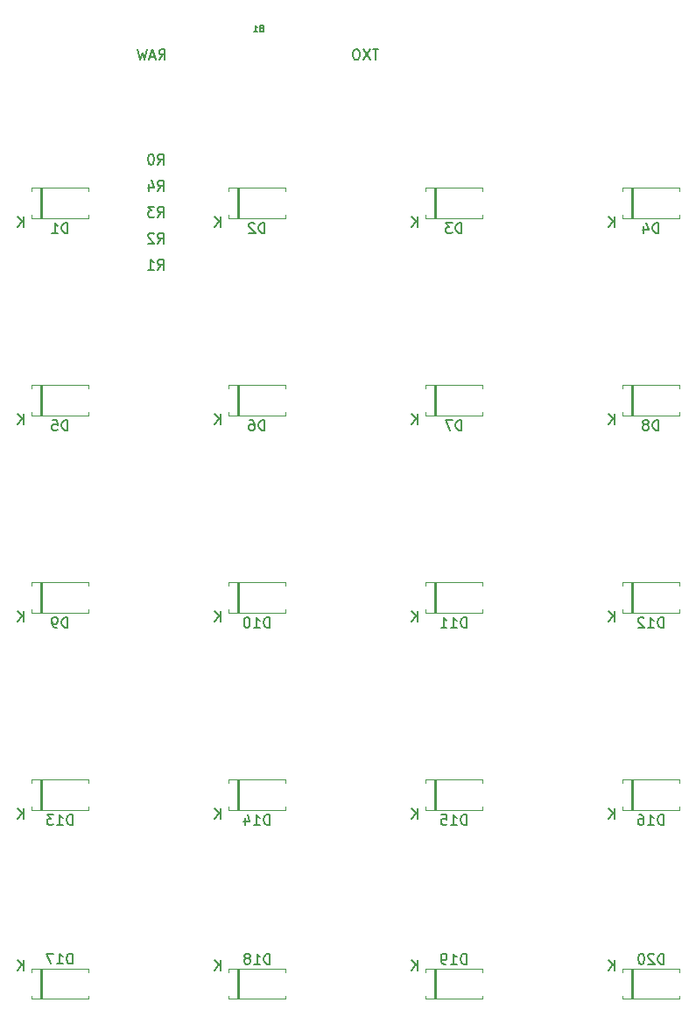
<source format=gbo>
%TF.GenerationSoftware,KiCad,Pcbnew,(5.1.6)-1*%
%TF.CreationDate,2020-11-13T18:30:54-06:00*%
%TF.ProjectId,macropad_4x5,6d616372-6f70-4616-945f-3478352e6b69,v1.3*%
%TF.SameCoordinates,Original*%
%TF.FileFunction,Legend,Bot*%
%TF.FilePolarity,Positive*%
%FSLAX46Y46*%
G04 Gerber Fmt 4.6, Leading zero omitted, Abs format (unit mm)*
G04 Created by KiCad (PCBNEW (5.1.6)-1) date 2020-11-13 18:30:54*
%MOMM*%
%LPD*%
G01*
G04 APERTURE LIST*
%ADD10C,0.150000*%
%ADD11C,0.120000*%
%ADD12C,0.127000*%
G04 APERTURE END LIST*
D10*
X56935666Y-46934380D02*
X57269000Y-46458190D01*
X57507095Y-46934380D02*
X57507095Y-45934380D01*
X57126142Y-45934380D01*
X57030904Y-45982000D01*
X56983285Y-46029619D01*
X56935666Y-46124857D01*
X56935666Y-46267714D01*
X56983285Y-46362952D01*
X57030904Y-46410571D01*
X57126142Y-46458190D01*
X57507095Y-46458190D01*
X55983285Y-46934380D02*
X56554714Y-46934380D01*
X56269000Y-46934380D02*
X56269000Y-45934380D01*
X56364238Y-46077238D01*
X56459476Y-46172476D01*
X56554714Y-46220095D01*
X56935666Y-44394380D02*
X57269000Y-43918190D01*
X57507095Y-44394380D02*
X57507095Y-43394380D01*
X57126142Y-43394380D01*
X57030904Y-43442000D01*
X56983285Y-43489619D01*
X56935666Y-43584857D01*
X56935666Y-43727714D01*
X56983285Y-43822952D01*
X57030904Y-43870571D01*
X57126142Y-43918190D01*
X57507095Y-43918190D01*
X56554714Y-43489619D02*
X56507095Y-43442000D01*
X56411857Y-43394380D01*
X56173761Y-43394380D01*
X56078523Y-43442000D01*
X56030904Y-43489619D01*
X55983285Y-43584857D01*
X55983285Y-43680095D01*
X56030904Y-43822952D01*
X56602333Y-44394380D01*
X55983285Y-44394380D01*
X56935666Y-41854380D02*
X57269000Y-41378190D01*
X57507095Y-41854380D02*
X57507095Y-40854380D01*
X57126142Y-40854380D01*
X57030904Y-40902000D01*
X56983285Y-40949619D01*
X56935666Y-41044857D01*
X56935666Y-41187714D01*
X56983285Y-41282952D01*
X57030904Y-41330571D01*
X57126142Y-41378190D01*
X57507095Y-41378190D01*
X56602333Y-40854380D02*
X55983285Y-40854380D01*
X56316619Y-41235333D01*
X56173761Y-41235333D01*
X56078523Y-41282952D01*
X56030904Y-41330571D01*
X55983285Y-41425809D01*
X55983285Y-41663904D01*
X56030904Y-41759142D01*
X56078523Y-41806761D01*
X56173761Y-41854380D01*
X56459476Y-41854380D01*
X56554714Y-41806761D01*
X56602333Y-41759142D01*
X56935666Y-39314380D02*
X57269000Y-38838190D01*
X57507095Y-39314380D02*
X57507095Y-38314380D01*
X57126142Y-38314380D01*
X57030904Y-38362000D01*
X56983285Y-38409619D01*
X56935666Y-38504857D01*
X56935666Y-38647714D01*
X56983285Y-38742952D01*
X57030904Y-38790571D01*
X57126142Y-38838190D01*
X57507095Y-38838190D01*
X56078523Y-38647714D02*
X56078523Y-39314380D01*
X56316619Y-38266761D02*
X56554714Y-38981047D01*
X55935666Y-38981047D01*
X56935666Y-36774380D02*
X57269000Y-36298190D01*
X57507095Y-36774380D02*
X57507095Y-35774380D01*
X57126142Y-35774380D01*
X57030904Y-35822000D01*
X56983285Y-35869619D01*
X56935666Y-35964857D01*
X56935666Y-36107714D01*
X56983285Y-36202952D01*
X57030904Y-36250571D01*
X57126142Y-36298190D01*
X57507095Y-36298190D01*
X56316619Y-35774380D02*
X56221380Y-35774380D01*
X56126142Y-35822000D01*
X56078523Y-35869619D01*
X56030904Y-35964857D01*
X55983285Y-36155333D01*
X55983285Y-36393428D01*
X56030904Y-36583904D01*
X56078523Y-36679142D01*
X56126142Y-36726761D01*
X56221380Y-36774380D01*
X56316619Y-36774380D01*
X56411857Y-36726761D01*
X56459476Y-36679142D01*
X56507095Y-36583904D01*
X56554714Y-36393428D01*
X56554714Y-36155333D01*
X56507095Y-35964857D01*
X56459476Y-35869619D01*
X56411857Y-35822000D01*
X56316619Y-35774380D01*
X78279464Y-25646130D02*
X77708035Y-25646130D01*
X77993750Y-26646130D02*
X77993750Y-25646130D01*
X77469940Y-25646130D02*
X76803273Y-26646130D01*
X76803273Y-25646130D02*
X77469940Y-26646130D01*
X76231845Y-25646130D02*
X76041369Y-25646130D01*
X75946130Y-25693750D01*
X75850892Y-25788988D01*
X75803273Y-25979464D01*
X75803273Y-26312797D01*
X75850892Y-26503273D01*
X75946130Y-26598511D01*
X76041369Y-26646130D01*
X76231845Y-26646130D01*
X76327083Y-26598511D01*
X76422321Y-26503273D01*
X76469940Y-26312797D01*
X76469940Y-25979464D01*
X76422321Y-25788988D01*
X76327083Y-25693750D01*
X76231845Y-25646130D01*
X57046726Y-26646130D02*
X57380059Y-26169940D01*
X57618154Y-26646130D02*
X57618154Y-25646130D01*
X57237202Y-25646130D01*
X57141964Y-25693750D01*
X57094345Y-25741369D01*
X57046726Y-25836607D01*
X57046726Y-25979464D01*
X57094345Y-26074702D01*
X57141964Y-26122321D01*
X57237202Y-26169940D01*
X57618154Y-26169940D01*
X56665773Y-26360416D02*
X56189583Y-26360416D01*
X56761011Y-26646130D02*
X56427678Y-25646130D01*
X56094345Y-26646130D01*
X55856250Y-25646130D02*
X55618154Y-26646130D01*
X55427678Y-25931845D01*
X55237202Y-26646130D01*
X54999107Y-25646130D01*
D11*
%TO.C,D20*%
X101896250Y-117027500D02*
X101896250Y-117357500D01*
X101896250Y-117357500D02*
X107336250Y-117357500D01*
X107336250Y-117357500D02*
X107336250Y-117027500D01*
X101896250Y-114747500D02*
X101896250Y-114417500D01*
X101896250Y-114417500D02*
X107336250Y-114417500D01*
X107336250Y-114417500D02*
X107336250Y-114747500D01*
X102796250Y-117357500D02*
X102796250Y-114417500D01*
X102916250Y-117357500D02*
X102916250Y-114417500D01*
X102676250Y-117357500D02*
X102676250Y-114417500D01*
%TO.C,D19*%
X82846250Y-117027500D02*
X82846250Y-117357500D01*
X82846250Y-117357500D02*
X88286250Y-117357500D01*
X88286250Y-117357500D02*
X88286250Y-117027500D01*
X82846250Y-114747500D02*
X82846250Y-114417500D01*
X82846250Y-114417500D02*
X88286250Y-114417500D01*
X88286250Y-114417500D02*
X88286250Y-114747500D01*
X83746250Y-117357500D02*
X83746250Y-114417500D01*
X83866250Y-117357500D02*
X83866250Y-114417500D01*
X83626250Y-117357500D02*
X83626250Y-114417500D01*
%TO.C,D18*%
X63796250Y-117027500D02*
X63796250Y-117357500D01*
X63796250Y-117357500D02*
X69236250Y-117357500D01*
X69236250Y-117357500D02*
X69236250Y-117027500D01*
X63796250Y-114747500D02*
X63796250Y-114417500D01*
X63796250Y-114417500D02*
X69236250Y-114417500D01*
X69236250Y-114417500D02*
X69236250Y-114747500D01*
X64696250Y-117357500D02*
X64696250Y-114417500D01*
X64816250Y-117357500D02*
X64816250Y-114417500D01*
X64576250Y-117357500D02*
X64576250Y-114417500D01*
%TO.C,D17*%
X45526250Y-117357500D02*
X45526250Y-114417500D01*
X45766250Y-117357500D02*
X45766250Y-114417500D01*
X45646250Y-117357500D02*
X45646250Y-114417500D01*
X50186250Y-114417500D02*
X50186250Y-114747500D01*
X44746250Y-114417500D02*
X50186250Y-114417500D01*
X44746250Y-114747500D02*
X44746250Y-114417500D01*
X50186250Y-117357500D02*
X50186250Y-117027500D01*
X44746250Y-117357500D02*
X50186250Y-117357500D01*
X44746250Y-117027500D02*
X44746250Y-117357500D01*
%TO.C,D16*%
X101896250Y-98771250D02*
X101896250Y-99101250D01*
X101896250Y-99101250D02*
X107336250Y-99101250D01*
X107336250Y-99101250D02*
X107336250Y-98771250D01*
X101896250Y-96491250D02*
X101896250Y-96161250D01*
X101896250Y-96161250D02*
X107336250Y-96161250D01*
X107336250Y-96161250D02*
X107336250Y-96491250D01*
X102796250Y-99101250D02*
X102796250Y-96161250D01*
X102916250Y-99101250D02*
X102916250Y-96161250D01*
X102676250Y-99101250D02*
X102676250Y-96161250D01*
%TO.C,D15*%
X82846250Y-98771250D02*
X82846250Y-99101250D01*
X82846250Y-99101250D02*
X88286250Y-99101250D01*
X88286250Y-99101250D02*
X88286250Y-98771250D01*
X82846250Y-96491250D02*
X82846250Y-96161250D01*
X82846250Y-96161250D02*
X88286250Y-96161250D01*
X88286250Y-96161250D02*
X88286250Y-96491250D01*
X83746250Y-99101250D02*
X83746250Y-96161250D01*
X83866250Y-99101250D02*
X83866250Y-96161250D01*
X83626250Y-99101250D02*
X83626250Y-96161250D01*
%TO.C,D14*%
X63796250Y-98771250D02*
X63796250Y-99101250D01*
X63796250Y-99101250D02*
X69236250Y-99101250D01*
X69236250Y-99101250D02*
X69236250Y-98771250D01*
X63796250Y-96491250D02*
X63796250Y-96161250D01*
X63796250Y-96161250D02*
X69236250Y-96161250D01*
X69236250Y-96161250D02*
X69236250Y-96491250D01*
X64696250Y-99101250D02*
X64696250Y-96161250D01*
X64816250Y-99101250D02*
X64816250Y-96161250D01*
X64576250Y-99101250D02*
X64576250Y-96161250D01*
%TO.C,D13*%
X44746250Y-98771250D02*
X44746250Y-99101250D01*
X44746250Y-99101250D02*
X50186250Y-99101250D01*
X50186250Y-99101250D02*
X50186250Y-98771250D01*
X44746250Y-96491250D02*
X44746250Y-96161250D01*
X44746250Y-96161250D02*
X50186250Y-96161250D01*
X50186250Y-96161250D02*
X50186250Y-96491250D01*
X45646250Y-99101250D02*
X45646250Y-96161250D01*
X45766250Y-99101250D02*
X45766250Y-96161250D01*
X45526250Y-99101250D02*
X45526250Y-96161250D01*
%TO.C,D12*%
X101896250Y-79721250D02*
X101896250Y-80051250D01*
X101896250Y-80051250D02*
X107336250Y-80051250D01*
X107336250Y-80051250D02*
X107336250Y-79721250D01*
X101896250Y-77441250D02*
X101896250Y-77111250D01*
X101896250Y-77111250D02*
X107336250Y-77111250D01*
X107336250Y-77111250D02*
X107336250Y-77441250D01*
X102796250Y-80051250D02*
X102796250Y-77111250D01*
X102916250Y-80051250D02*
X102916250Y-77111250D01*
X102676250Y-80051250D02*
X102676250Y-77111250D01*
%TO.C,D11*%
X82846250Y-79721250D02*
X82846250Y-80051250D01*
X82846250Y-80051250D02*
X88286250Y-80051250D01*
X88286250Y-80051250D02*
X88286250Y-79721250D01*
X82846250Y-77441250D02*
X82846250Y-77111250D01*
X82846250Y-77111250D02*
X88286250Y-77111250D01*
X88286250Y-77111250D02*
X88286250Y-77441250D01*
X83746250Y-80051250D02*
X83746250Y-77111250D01*
X83866250Y-80051250D02*
X83866250Y-77111250D01*
X83626250Y-80051250D02*
X83626250Y-77111250D01*
%TO.C,D10*%
X63796250Y-79721250D02*
X63796250Y-80051250D01*
X63796250Y-80051250D02*
X69236250Y-80051250D01*
X69236250Y-80051250D02*
X69236250Y-79721250D01*
X63796250Y-77441250D02*
X63796250Y-77111250D01*
X63796250Y-77111250D02*
X69236250Y-77111250D01*
X69236250Y-77111250D02*
X69236250Y-77441250D01*
X64696250Y-80051250D02*
X64696250Y-77111250D01*
X64816250Y-80051250D02*
X64816250Y-77111250D01*
X64576250Y-80051250D02*
X64576250Y-77111250D01*
%TO.C,D9*%
X44746250Y-79721250D02*
X44746250Y-80051250D01*
X44746250Y-80051250D02*
X50186250Y-80051250D01*
X50186250Y-80051250D02*
X50186250Y-79721250D01*
X44746250Y-77441250D02*
X44746250Y-77111250D01*
X44746250Y-77111250D02*
X50186250Y-77111250D01*
X50186250Y-77111250D02*
X50186250Y-77441250D01*
X45646250Y-80051250D02*
X45646250Y-77111250D01*
X45766250Y-80051250D02*
X45766250Y-77111250D01*
X45526250Y-80051250D02*
X45526250Y-77111250D01*
%TO.C,D8*%
X101896250Y-60671250D02*
X101896250Y-61001250D01*
X101896250Y-61001250D02*
X107336250Y-61001250D01*
X107336250Y-61001250D02*
X107336250Y-60671250D01*
X101896250Y-58391250D02*
X101896250Y-58061250D01*
X101896250Y-58061250D02*
X107336250Y-58061250D01*
X107336250Y-58061250D02*
X107336250Y-58391250D01*
X102796250Y-61001250D02*
X102796250Y-58061250D01*
X102916250Y-61001250D02*
X102916250Y-58061250D01*
X102676250Y-61001250D02*
X102676250Y-58061250D01*
%TO.C,D7*%
X82846250Y-60671250D02*
X82846250Y-61001250D01*
X82846250Y-61001250D02*
X88286250Y-61001250D01*
X88286250Y-61001250D02*
X88286250Y-60671250D01*
X82846250Y-58391250D02*
X82846250Y-58061250D01*
X82846250Y-58061250D02*
X88286250Y-58061250D01*
X88286250Y-58061250D02*
X88286250Y-58391250D01*
X83746250Y-61001250D02*
X83746250Y-58061250D01*
X83866250Y-61001250D02*
X83866250Y-58061250D01*
X83626250Y-61001250D02*
X83626250Y-58061250D01*
%TO.C,D6*%
X63796250Y-60671250D02*
X63796250Y-61001250D01*
X63796250Y-61001250D02*
X69236250Y-61001250D01*
X69236250Y-61001250D02*
X69236250Y-60671250D01*
X63796250Y-58391250D02*
X63796250Y-58061250D01*
X63796250Y-58061250D02*
X69236250Y-58061250D01*
X69236250Y-58061250D02*
X69236250Y-58391250D01*
X64696250Y-61001250D02*
X64696250Y-58061250D01*
X64816250Y-61001250D02*
X64816250Y-58061250D01*
X64576250Y-61001250D02*
X64576250Y-58061250D01*
%TO.C,D5*%
X44746250Y-60671250D02*
X44746250Y-61001250D01*
X44746250Y-61001250D02*
X50186250Y-61001250D01*
X50186250Y-61001250D02*
X50186250Y-60671250D01*
X44746250Y-58391250D02*
X44746250Y-58061250D01*
X44746250Y-58061250D02*
X50186250Y-58061250D01*
X50186250Y-58061250D02*
X50186250Y-58391250D01*
X45646250Y-61001250D02*
X45646250Y-58061250D01*
X45766250Y-61001250D02*
X45766250Y-58061250D01*
X45526250Y-61001250D02*
X45526250Y-58061250D01*
%TO.C,D4*%
X101896250Y-41621250D02*
X101896250Y-41951250D01*
X101896250Y-41951250D02*
X107336250Y-41951250D01*
X107336250Y-41951250D02*
X107336250Y-41621250D01*
X101896250Y-39341250D02*
X101896250Y-39011250D01*
X101896250Y-39011250D02*
X107336250Y-39011250D01*
X107336250Y-39011250D02*
X107336250Y-39341250D01*
X102796250Y-41951250D02*
X102796250Y-39011250D01*
X102916250Y-41951250D02*
X102916250Y-39011250D01*
X102676250Y-41951250D02*
X102676250Y-39011250D01*
%TO.C,D3*%
X82846250Y-41621250D02*
X82846250Y-41951250D01*
X82846250Y-41951250D02*
X88286250Y-41951250D01*
X88286250Y-41951250D02*
X88286250Y-41621250D01*
X82846250Y-39341250D02*
X82846250Y-39011250D01*
X82846250Y-39011250D02*
X88286250Y-39011250D01*
X88286250Y-39011250D02*
X88286250Y-39341250D01*
X83746250Y-41951250D02*
X83746250Y-39011250D01*
X83866250Y-41951250D02*
X83866250Y-39011250D01*
X83626250Y-41951250D02*
X83626250Y-39011250D01*
%TO.C,D2*%
X63796250Y-41621250D02*
X63796250Y-41951250D01*
X63796250Y-41951250D02*
X69236250Y-41951250D01*
X69236250Y-41951250D02*
X69236250Y-41621250D01*
X63796250Y-39341250D02*
X63796250Y-39011250D01*
X63796250Y-39011250D02*
X69236250Y-39011250D01*
X69236250Y-39011250D02*
X69236250Y-39341250D01*
X64696250Y-41951250D02*
X64696250Y-39011250D01*
X64816250Y-41951250D02*
X64816250Y-39011250D01*
X64576250Y-41951250D02*
X64576250Y-39011250D01*
%TO.C,D1*%
X44746250Y-41621250D02*
X44746250Y-41951250D01*
X44746250Y-41951250D02*
X50186250Y-41951250D01*
X50186250Y-41951250D02*
X50186250Y-41621250D01*
X44746250Y-39341250D02*
X44746250Y-39011250D01*
X44746250Y-39011250D02*
X50186250Y-39011250D01*
X50186250Y-39011250D02*
X50186250Y-39341250D01*
X45646250Y-41951250D02*
X45646250Y-39011250D01*
X45766250Y-41951250D02*
X45766250Y-39011250D01*
X45526250Y-41951250D02*
X45526250Y-39011250D01*
%TO.C,D20*%
D10*
X105862285Y-113990380D02*
X105862285Y-112990380D01*
X105624190Y-112990380D01*
X105481333Y-113038000D01*
X105386095Y-113133238D01*
X105338476Y-113228476D01*
X105290857Y-113418952D01*
X105290857Y-113561809D01*
X105338476Y-113752285D01*
X105386095Y-113847523D01*
X105481333Y-113942761D01*
X105624190Y-113990380D01*
X105862285Y-113990380D01*
X104909904Y-113085619D02*
X104862285Y-113038000D01*
X104767047Y-112990380D01*
X104528952Y-112990380D01*
X104433714Y-113038000D01*
X104386095Y-113085619D01*
X104338476Y-113180857D01*
X104338476Y-113276095D01*
X104386095Y-113418952D01*
X104957523Y-113990380D01*
X104338476Y-113990380D01*
X103719428Y-112990380D02*
X103624190Y-112990380D01*
X103528952Y-113038000D01*
X103481333Y-113085619D01*
X103433714Y-113180857D01*
X103386095Y-113371333D01*
X103386095Y-113609428D01*
X103433714Y-113799904D01*
X103481333Y-113895142D01*
X103528952Y-113942761D01*
X103624190Y-113990380D01*
X103719428Y-113990380D01*
X103814666Y-113942761D01*
X103862285Y-113895142D01*
X103909904Y-113799904D01*
X103957523Y-113609428D01*
X103957523Y-113371333D01*
X103909904Y-113180857D01*
X103862285Y-113085619D01*
X103814666Y-113038000D01*
X103719428Y-112990380D01*
X101068154Y-114625380D02*
X101068154Y-113625380D01*
X100496726Y-114625380D02*
X100925297Y-114053952D01*
X100496726Y-113625380D02*
X101068154Y-114196809D01*
%TO.C,D19*%
X86780535Y-113990380D02*
X86780535Y-112990380D01*
X86542440Y-112990380D01*
X86399583Y-113038000D01*
X86304345Y-113133238D01*
X86256726Y-113228476D01*
X86209107Y-113418952D01*
X86209107Y-113561809D01*
X86256726Y-113752285D01*
X86304345Y-113847523D01*
X86399583Y-113942761D01*
X86542440Y-113990380D01*
X86780535Y-113990380D01*
X85256726Y-113990380D02*
X85828154Y-113990380D01*
X85542440Y-113990380D02*
X85542440Y-112990380D01*
X85637678Y-113133238D01*
X85732916Y-113228476D01*
X85828154Y-113276095D01*
X84780535Y-113990380D02*
X84590059Y-113990380D01*
X84494821Y-113942761D01*
X84447202Y-113895142D01*
X84351964Y-113752285D01*
X84304345Y-113561809D01*
X84304345Y-113180857D01*
X84351964Y-113085619D01*
X84399583Y-113038000D01*
X84494821Y-112990380D01*
X84685297Y-112990380D01*
X84780535Y-113038000D01*
X84828154Y-113085619D01*
X84875773Y-113180857D01*
X84875773Y-113418952D01*
X84828154Y-113514190D01*
X84780535Y-113561809D01*
X84685297Y-113609428D01*
X84494821Y-113609428D01*
X84399583Y-113561809D01*
X84351964Y-113514190D01*
X84304345Y-113418952D01*
X82018154Y-114625380D02*
X82018154Y-113625380D01*
X81446726Y-114625380D02*
X81875297Y-114053952D01*
X81446726Y-113625380D02*
X82018154Y-114196809D01*
%TO.C,D18*%
X67762285Y-113990380D02*
X67762285Y-112990380D01*
X67524190Y-112990380D01*
X67381333Y-113038000D01*
X67286095Y-113133238D01*
X67238476Y-113228476D01*
X67190857Y-113418952D01*
X67190857Y-113561809D01*
X67238476Y-113752285D01*
X67286095Y-113847523D01*
X67381333Y-113942761D01*
X67524190Y-113990380D01*
X67762285Y-113990380D01*
X66238476Y-113990380D02*
X66809904Y-113990380D01*
X66524190Y-113990380D02*
X66524190Y-112990380D01*
X66619428Y-113133238D01*
X66714666Y-113228476D01*
X66809904Y-113276095D01*
X65667047Y-113418952D02*
X65762285Y-113371333D01*
X65809904Y-113323714D01*
X65857523Y-113228476D01*
X65857523Y-113180857D01*
X65809904Y-113085619D01*
X65762285Y-113038000D01*
X65667047Y-112990380D01*
X65476571Y-112990380D01*
X65381333Y-113038000D01*
X65333714Y-113085619D01*
X65286095Y-113180857D01*
X65286095Y-113228476D01*
X65333714Y-113323714D01*
X65381333Y-113371333D01*
X65476571Y-113418952D01*
X65667047Y-113418952D01*
X65762285Y-113466571D01*
X65809904Y-113514190D01*
X65857523Y-113609428D01*
X65857523Y-113799904D01*
X65809904Y-113895142D01*
X65762285Y-113942761D01*
X65667047Y-113990380D01*
X65476571Y-113990380D01*
X65381333Y-113942761D01*
X65333714Y-113895142D01*
X65286095Y-113799904D01*
X65286095Y-113609428D01*
X65333714Y-113514190D01*
X65381333Y-113466571D01*
X65476571Y-113418952D01*
X62999904Y-114625380D02*
X62999904Y-113625380D01*
X62428476Y-114625380D02*
X62857047Y-114053952D01*
X62428476Y-113625380D02*
X62999904Y-114196809D01*
%TO.C,D17*%
X48680535Y-113958630D02*
X48680535Y-112958630D01*
X48442440Y-112958630D01*
X48299583Y-113006250D01*
X48204345Y-113101488D01*
X48156726Y-113196726D01*
X48109107Y-113387202D01*
X48109107Y-113530059D01*
X48156726Y-113720535D01*
X48204345Y-113815773D01*
X48299583Y-113911011D01*
X48442440Y-113958630D01*
X48680535Y-113958630D01*
X47156726Y-113958630D02*
X47728154Y-113958630D01*
X47442440Y-113958630D02*
X47442440Y-112958630D01*
X47537678Y-113101488D01*
X47632916Y-113196726D01*
X47728154Y-113244345D01*
X46823392Y-112958630D02*
X46156726Y-112958630D01*
X46585297Y-113958630D01*
X43949904Y-114625380D02*
X43949904Y-113625380D01*
X43378476Y-114625380D02*
X43807047Y-114053952D01*
X43378476Y-113625380D02*
X43949904Y-114196809D01*
%TO.C,D16*%
X105830535Y-100553630D02*
X105830535Y-99553630D01*
X105592440Y-99553630D01*
X105449583Y-99601250D01*
X105354345Y-99696488D01*
X105306726Y-99791726D01*
X105259107Y-99982202D01*
X105259107Y-100125059D01*
X105306726Y-100315535D01*
X105354345Y-100410773D01*
X105449583Y-100506011D01*
X105592440Y-100553630D01*
X105830535Y-100553630D01*
X104306726Y-100553630D02*
X104878154Y-100553630D01*
X104592440Y-100553630D02*
X104592440Y-99553630D01*
X104687678Y-99696488D01*
X104782916Y-99791726D01*
X104878154Y-99839345D01*
X103449583Y-99553630D02*
X103640059Y-99553630D01*
X103735297Y-99601250D01*
X103782916Y-99648869D01*
X103878154Y-99791726D01*
X103925773Y-99982202D01*
X103925773Y-100363154D01*
X103878154Y-100458392D01*
X103830535Y-100506011D01*
X103735297Y-100553630D01*
X103544821Y-100553630D01*
X103449583Y-100506011D01*
X103401964Y-100458392D01*
X103354345Y-100363154D01*
X103354345Y-100125059D01*
X103401964Y-100029821D01*
X103449583Y-99982202D01*
X103544821Y-99934583D01*
X103735297Y-99934583D01*
X103830535Y-99982202D01*
X103878154Y-100029821D01*
X103925773Y-100125059D01*
X101068154Y-99983630D02*
X101068154Y-98983630D01*
X100496726Y-99983630D02*
X100925297Y-99412202D01*
X100496726Y-98983630D02*
X101068154Y-99555059D01*
%TO.C,D15*%
X86780535Y-100553630D02*
X86780535Y-99553630D01*
X86542440Y-99553630D01*
X86399583Y-99601250D01*
X86304345Y-99696488D01*
X86256726Y-99791726D01*
X86209107Y-99982202D01*
X86209107Y-100125059D01*
X86256726Y-100315535D01*
X86304345Y-100410773D01*
X86399583Y-100506011D01*
X86542440Y-100553630D01*
X86780535Y-100553630D01*
X85256726Y-100553630D02*
X85828154Y-100553630D01*
X85542440Y-100553630D02*
X85542440Y-99553630D01*
X85637678Y-99696488D01*
X85732916Y-99791726D01*
X85828154Y-99839345D01*
X84351964Y-99553630D02*
X84828154Y-99553630D01*
X84875773Y-100029821D01*
X84828154Y-99982202D01*
X84732916Y-99934583D01*
X84494821Y-99934583D01*
X84399583Y-99982202D01*
X84351964Y-100029821D01*
X84304345Y-100125059D01*
X84304345Y-100363154D01*
X84351964Y-100458392D01*
X84399583Y-100506011D01*
X84494821Y-100553630D01*
X84732916Y-100553630D01*
X84828154Y-100506011D01*
X84875773Y-100458392D01*
X82018154Y-99983630D02*
X82018154Y-98983630D01*
X81446726Y-99983630D02*
X81875297Y-99412202D01*
X81446726Y-98983630D02*
X82018154Y-99555059D01*
%TO.C,D14*%
X67730535Y-100553630D02*
X67730535Y-99553630D01*
X67492440Y-99553630D01*
X67349583Y-99601250D01*
X67254345Y-99696488D01*
X67206726Y-99791726D01*
X67159107Y-99982202D01*
X67159107Y-100125059D01*
X67206726Y-100315535D01*
X67254345Y-100410773D01*
X67349583Y-100506011D01*
X67492440Y-100553630D01*
X67730535Y-100553630D01*
X66206726Y-100553630D02*
X66778154Y-100553630D01*
X66492440Y-100553630D02*
X66492440Y-99553630D01*
X66587678Y-99696488D01*
X66682916Y-99791726D01*
X66778154Y-99839345D01*
X65349583Y-99886964D02*
X65349583Y-100553630D01*
X65587678Y-99506011D02*
X65825773Y-100220297D01*
X65206726Y-100220297D01*
X62968154Y-99983630D02*
X62968154Y-98983630D01*
X62396726Y-99983630D02*
X62825297Y-99412202D01*
X62396726Y-98983630D02*
X62968154Y-99555059D01*
%TO.C,D13*%
X48680535Y-100553630D02*
X48680535Y-99553630D01*
X48442440Y-99553630D01*
X48299583Y-99601250D01*
X48204345Y-99696488D01*
X48156726Y-99791726D01*
X48109107Y-99982202D01*
X48109107Y-100125059D01*
X48156726Y-100315535D01*
X48204345Y-100410773D01*
X48299583Y-100506011D01*
X48442440Y-100553630D01*
X48680535Y-100553630D01*
X47156726Y-100553630D02*
X47728154Y-100553630D01*
X47442440Y-100553630D02*
X47442440Y-99553630D01*
X47537678Y-99696488D01*
X47632916Y-99791726D01*
X47728154Y-99839345D01*
X46823392Y-99553630D02*
X46204345Y-99553630D01*
X46537678Y-99934583D01*
X46394821Y-99934583D01*
X46299583Y-99982202D01*
X46251964Y-100029821D01*
X46204345Y-100125059D01*
X46204345Y-100363154D01*
X46251964Y-100458392D01*
X46299583Y-100506011D01*
X46394821Y-100553630D01*
X46680535Y-100553630D01*
X46775773Y-100506011D01*
X46823392Y-100458392D01*
X43918154Y-99983630D02*
X43918154Y-98983630D01*
X43346726Y-99983630D02*
X43775297Y-99412202D01*
X43346726Y-98983630D02*
X43918154Y-99555059D01*
%TO.C,D12*%
X105830535Y-81503630D02*
X105830535Y-80503630D01*
X105592440Y-80503630D01*
X105449583Y-80551250D01*
X105354345Y-80646488D01*
X105306726Y-80741726D01*
X105259107Y-80932202D01*
X105259107Y-81075059D01*
X105306726Y-81265535D01*
X105354345Y-81360773D01*
X105449583Y-81456011D01*
X105592440Y-81503630D01*
X105830535Y-81503630D01*
X104306726Y-81503630D02*
X104878154Y-81503630D01*
X104592440Y-81503630D02*
X104592440Y-80503630D01*
X104687678Y-80646488D01*
X104782916Y-80741726D01*
X104878154Y-80789345D01*
X103925773Y-80598869D02*
X103878154Y-80551250D01*
X103782916Y-80503630D01*
X103544821Y-80503630D01*
X103449583Y-80551250D01*
X103401964Y-80598869D01*
X103354345Y-80694107D01*
X103354345Y-80789345D01*
X103401964Y-80932202D01*
X103973392Y-81503630D01*
X103354345Y-81503630D01*
X101068154Y-80933630D02*
X101068154Y-79933630D01*
X100496726Y-80933630D02*
X100925297Y-80362202D01*
X100496726Y-79933630D02*
X101068154Y-80505059D01*
%TO.C,D11*%
X86780535Y-81503630D02*
X86780535Y-80503630D01*
X86542440Y-80503630D01*
X86399583Y-80551250D01*
X86304345Y-80646488D01*
X86256726Y-80741726D01*
X86209107Y-80932202D01*
X86209107Y-81075059D01*
X86256726Y-81265535D01*
X86304345Y-81360773D01*
X86399583Y-81456011D01*
X86542440Y-81503630D01*
X86780535Y-81503630D01*
X85256726Y-81503630D02*
X85828154Y-81503630D01*
X85542440Y-81503630D02*
X85542440Y-80503630D01*
X85637678Y-80646488D01*
X85732916Y-80741726D01*
X85828154Y-80789345D01*
X84304345Y-81503630D02*
X84875773Y-81503630D01*
X84590059Y-81503630D02*
X84590059Y-80503630D01*
X84685297Y-80646488D01*
X84780535Y-80741726D01*
X84875773Y-80789345D01*
X82018154Y-80933630D02*
X82018154Y-79933630D01*
X81446726Y-80933630D02*
X81875297Y-80362202D01*
X81446726Y-79933630D02*
X82018154Y-80505059D01*
%TO.C,D10*%
X67730535Y-81503630D02*
X67730535Y-80503630D01*
X67492440Y-80503630D01*
X67349583Y-80551250D01*
X67254345Y-80646488D01*
X67206726Y-80741726D01*
X67159107Y-80932202D01*
X67159107Y-81075059D01*
X67206726Y-81265535D01*
X67254345Y-81360773D01*
X67349583Y-81456011D01*
X67492440Y-81503630D01*
X67730535Y-81503630D01*
X66206726Y-81503630D02*
X66778154Y-81503630D01*
X66492440Y-81503630D02*
X66492440Y-80503630D01*
X66587678Y-80646488D01*
X66682916Y-80741726D01*
X66778154Y-80789345D01*
X65587678Y-80503630D02*
X65492440Y-80503630D01*
X65397202Y-80551250D01*
X65349583Y-80598869D01*
X65301964Y-80694107D01*
X65254345Y-80884583D01*
X65254345Y-81122678D01*
X65301964Y-81313154D01*
X65349583Y-81408392D01*
X65397202Y-81456011D01*
X65492440Y-81503630D01*
X65587678Y-81503630D01*
X65682916Y-81456011D01*
X65730535Y-81408392D01*
X65778154Y-81313154D01*
X65825773Y-81122678D01*
X65825773Y-80884583D01*
X65778154Y-80694107D01*
X65730535Y-80598869D01*
X65682916Y-80551250D01*
X65587678Y-80503630D01*
X62968154Y-80933630D02*
X62968154Y-79933630D01*
X62396726Y-80933630D02*
X62825297Y-80362202D01*
X62396726Y-79933630D02*
X62968154Y-80505059D01*
%TO.C,D9*%
X48204345Y-81503630D02*
X48204345Y-80503630D01*
X47966250Y-80503630D01*
X47823392Y-80551250D01*
X47728154Y-80646488D01*
X47680535Y-80741726D01*
X47632916Y-80932202D01*
X47632916Y-81075059D01*
X47680535Y-81265535D01*
X47728154Y-81360773D01*
X47823392Y-81456011D01*
X47966250Y-81503630D01*
X48204345Y-81503630D01*
X47156726Y-81503630D02*
X46966250Y-81503630D01*
X46871011Y-81456011D01*
X46823392Y-81408392D01*
X46728154Y-81265535D01*
X46680535Y-81075059D01*
X46680535Y-80694107D01*
X46728154Y-80598869D01*
X46775773Y-80551250D01*
X46871011Y-80503630D01*
X47061488Y-80503630D01*
X47156726Y-80551250D01*
X47204345Y-80598869D01*
X47251964Y-80694107D01*
X47251964Y-80932202D01*
X47204345Y-81027440D01*
X47156726Y-81075059D01*
X47061488Y-81122678D01*
X46871011Y-81122678D01*
X46775773Y-81075059D01*
X46728154Y-81027440D01*
X46680535Y-80932202D01*
X43918154Y-80933630D02*
X43918154Y-79933630D01*
X43346726Y-80933630D02*
X43775297Y-80362202D01*
X43346726Y-79933630D02*
X43918154Y-80505059D01*
%TO.C,D8*%
X105354345Y-62453630D02*
X105354345Y-61453630D01*
X105116250Y-61453630D01*
X104973392Y-61501250D01*
X104878154Y-61596488D01*
X104830535Y-61691726D01*
X104782916Y-61882202D01*
X104782916Y-62025059D01*
X104830535Y-62215535D01*
X104878154Y-62310773D01*
X104973392Y-62406011D01*
X105116250Y-62453630D01*
X105354345Y-62453630D01*
X104211488Y-61882202D02*
X104306726Y-61834583D01*
X104354345Y-61786964D01*
X104401964Y-61691726D01*
X104401964Y-61644107D01*
X104354345Y-61548869D01*
X104306726Y-61501250D01*
X104211488Y-61453630D01*
X104021011Y-61453630D01*
X103925773Y-61501250D01*
X103878154Y-61548869D01*
X103830535Y-61644107D01*
X103830535Y-61691726D01*
X103878154Y-61786964D01*
X103925773Y-61834583D01*
X104021011Y-61882202D01*
X104211488Y-61882202D01*
X104306726Y-61929821D01*
X104354345Y-61977440D01*
X104401964Y-62072678D01*
X104401964Y-62263154D01*
X104354345Y-62358392D01*
X104306726Y-62406011D01*
X104211488Y-62453630D01*
X104021011Y-62453630D01*
X103925773Y-62406011D01*
X103878154Y-62358392D01*
X103830535Y-62263154D01*
X103830535Y-62072678D01*
X103878154Y-61977440D01*
X103925773Y-61929821D01*
X104021011Y-61882202D01*
X101068154Y-61883630D02*
X101068154Y-60883630D01*
X100496726Y-61883630D02*
X100925297Y-61312202D01*
X100496726Y-60883630D02*
X101068154Y-61455059D01*
%TO.C,D7*%
X86304345Y-62453630D02*
X86304345Y-61453630D01*
X86066250Y-61453630D01*
X85923392Y-61501250D01*
X85828154Y-61596488D01*
X85780535Y-61691726D01*
X85732916Y-61882202D01*
X85732916Y-62025059D01*
X85780535Y-62215535D01*
X85828154Y-62310773D01*
X85923392Y-62406011D01*
X86066250Y-62453630D01*
X86304345Y-62453630D01*
X85399583Y-61453630D02*
X84732916Y-61453630D01*
X85161488Y-62453630D01*
X82018154Y-61883630D02*
X82018154Y-60883630D01*
X81446726Y-61883630D02*
X81875297Y-61312202D01*
X81446726Y-60883630D02*
X82018154Y-61455059D01*
%TO.C,D6*%
X67254345Y-62453630D02*
X67254345Y-61453630D01*
X67016250Y-61453630D01*
X66873392Y-61501250D01*
X66778154Y-61596488D01*
X66730535Y-61691726D01*
X66682916Y-61882202D01*
X66682916Y-62025059D01*
X66730535Y-62215535D01*
X66778154Y-62310773D01*
X66873392Y-62406011D01*
X67016250Y-62453630D01*
X67254345Y-62453630D01*
X65825773Y-61453630D02*
X66016250Y-61453630D01*
X66111488Y-61501250D01*
X66159107Y-61548869D01*
X66254345Y-61691726D01*
X66301964Y-61882202D01*
X66301964Y-62263154D01*
X66254345Y-62358392D01*
X66206726Y-62406011D01*
X66111488Y-62453630D01*
X65921011Y-62453630D01*
X65825773Y-62406011D01*
X65778154Y-62358392D01*
X65730535Y-62263154D01*
X65730535Y-62025059D01*
X65778154Y-61929821D01*
X65825773Y-61882202D01*
X65921011Y-61834583D01*
X66111488Y-61834583D01*
X66206726Y-61882202D01*
X66254345Y-61929821D01*
X66301964Y-62025059D01*
X62968154Y-61883630D02*
X62968154Y-60883630D01*
X62396726Y-61883630D02*
X62825297Y-61312202D01*
X62396726Y-60883630D02*
X62968154Y-61455059D01*
%TO.C,D5*%
X48204345Y-62453630D02*
X48204345Y-61453630D01*
X47966250Y-61453630D01*
X47823392Y-61501250D01*
X47728154Y-61596488D01*
X47680535Y-61691726D01*
X47632916Y-61882202D01*
X47632916Y-62025059D01*
X47680535Y-62215535D01*
X47728154Y-62310773D01*
X47823392Y-62406011D01*
X47966250Y-62453630D01*
X48204345Y-62453630D01*
X46728154Y-61453630D02*
X47204345Y-61453630D01*
X47251964Y-61929821D01*
X47204345Y-61882202D01*
X47109107Y-61834583D01*
X46871011Y-61834583D01*
X46775773Y-61882202D01*
X46728154Y-61929821D01*
X46680535Y-62025059D01*
X46680535Y-62263154D01*
X46728154Y-62358392D01*
X46775773Y-62406011D01*
X46871011Y-62453630D01*
X47109107Y-62453630D01*
X47204345Y-62406011D01*
X47251964Y-62358392D01*
X43918154Y-61883630D02*
X43918154Y-60883630D01*
X43346726Y-61883630D02*
X43775297Y-61312202D01*
X43346726Y-60883630D02*
X43918154Y-61455059D01*
%TO.C,D4*%
X105354345Y-43403630D02*
X105354345Y-42403630D01*
X105116250Y-42403630D01*
X104973392Y-42451250D01*
X104878154Y-42546488D01*
X104830535Y-42641726D01*
X104782916Y-42832202D01*
X104782916Y-42975059D01*
X104830535Y-43165535D01*
X104878154Y-43260773D01*
X104973392Y-43356011D01*
X105116250Y-43403630D01*
X105354345Y-43403630D01*
X103925773Y-42736964D02*
X103925773Y-43403630D01*
X104163869Y-42356011D02*
X104401964Y-43070297D01*
X103782916Y-43070297D01*
X101068154Y-42833630D02*
X101068154Y-41833630D01*
X100496726Y-42833630D02*
X100925297Y-42262202D01*
X100496726Y-41833630D02*
X101068154Y-42405059D01*
%TO.C,D3*%
X86304345Y-43403630D02*
X86304345Y-42403630D01*
X86066250Y-42403630D01*
X85923392Y-42451250D01*
X85828154Y-42546488D01*
X85780535Y-42641726D01*
X85732916Y-42832202D01*
X85732916Y-42975059D01*
X85780535Y-43165535D01*
X85828154Y-43260773D01*
X85923392Y-43356011D01*
X86066250Y-43403630D01*
X86304345Y-43403630D01*
X85399583Y-42403630D02*
X84780535Y-42403630D01*
X85113869Y-42784583D01*
X84971011Y-42784583D01*
X84875773Y-42832202D01*
X84828154Y-42879821D01*
X84780535Y-42975059D01*
X84780535Y-43213154D01*
X84828154Y-43308392D01*
X84875773Y-43356011D01*
X84971011Y-43403630D01*
X85256726Y-43403630D01*
X85351964Y-43356011D01*
X85399583Y-43308392D01*
X82018154Y-42833630D02*
X82018154Y-41833630D01*
X81446726Y-42833630D02*
X81875297Y-42262202D01*
X81446726Y-41833630D02*
X82018154Y-42405059D01*
%TO.C,D2*%
X67254345Y-43403630D02*
X67254345Y-42403630D01*
X67016250Y-42403630D01*
X66873392Y-42451250D01*
X66778154Y-42546488D01*
X66730535Y-42641726D01*
X66682916Y-42832202D01*
X66682916Y-42975059D01*
X66730535Y-43165535D01*
X66778154Y-43260773D01*
X66873392Y-43356011D01*
X67016250Y-43403630D01*
X67254345Y-43403630D01*
X66301964Y-42498869D02*
X66254345Y-42451250D01*
X66159107Y-42403630D01*
X65921011Y-42403630D01*
X65825773Y-42451250D01*
X65778154Y-42498869D01*
X65730535Y-42594107D01*
X65730535Y-42689345D01*
X65778154Y-42832202D01*
X66349583Y-43403630D01*
X65730535Y-43403630D01*
X62968154Y-42833630D02*
X62968154Y-41833630D01*
X62396726Y-42833630D02*
X62825297Y-42262202D01*
X62396726Y-41833630D02*
X62968154Y-42405059D01*
%TO.C,D1*%
X48204345Y-43403630D02*
X48204345Y-42403630D01*
X47966250Y-42403630D01*
X47823392Y-42451250D01*
X47728154Y-42546488D01*
X47680535Y-42641726D01*
X47632916Y-42832202D01*
X47632916Y-42975059D01*
X47680535Y-43165535D01*
X47728154Y-43260773D01*
X47823392Y-43356011D01*
X47966250Y-43403630D01*
X48204345Y-43403630D01*
X46680535Y-43403630D02*
X47251964Y-43403630D01*
X46966250Y-43403630D02*
X46966250Y-42403630D01*
X47061488Y-42546488D01*
X47156726Y-42641726D01*
X47251964Y-42689345D01*
X43918154Y-42833630D02*
X43918154Y-41833630D01*
X43346726Y-42833630D02*
X43775297Y-42262202D01*
X43346726Y-41833630D02*
X43918154Y-42405059D01*
%TO.C,B1*%
D12*
X66921742Y-23610207D02*
X66834657Y-23639235D01*
X66805628Y-23668264D01*
X66776600Y-23726321D01*
X66776600Y-23813407D01*
X66805628Y-23871464D01*
X66834657Y-23900492D01*
X66892714Y-23929521D01*
X67124942Y-23929521D01*
X67124942Y-23319921D01*
X66921742Y-23319921D01*
X66863685Y-23348950D01*
X66834657Y-23377978D01*
X66805628Y-23436035D01*
X66805628Y-23494092D01*
X66834657Y-23552150D01*
X66863685Y-23581178D01*
X66921742Y-23610207D01*
X67124942Y-23610207D01*
X66196028Y-23929521D02*
X66544371Y-23929521D01*
X66370200Y-23929521D02*
X66370200Y-23319921D01*
X66428257Y-23407007D01*
X66486314Y-23465064D01*
X66544371Y-23494092D01*
%TD*%
M02*

</source>
